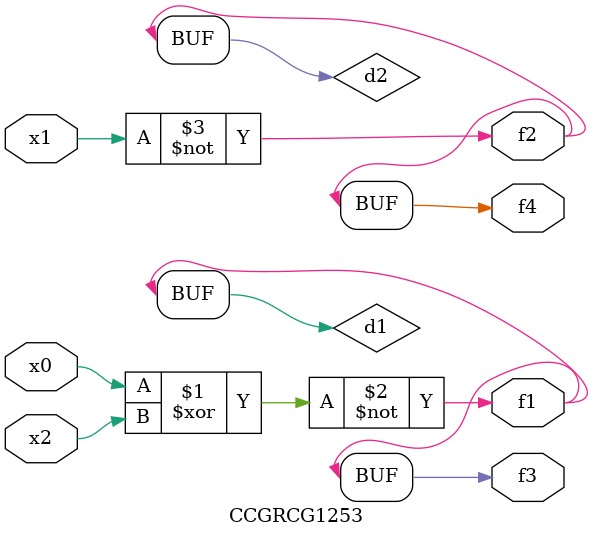
<source format=v>
module CCGRCG1253(
	input x0, x1, x2,
	output f1, f2, f3, f4
);

	wire d1, d2, d3;

	xnor (d1, x0, x2);
	nand (d2, x1);
	nor (d3, x1, x2);
	assign f1 = d1;
	assign f2 = d2;
	assign f3 = d1;
	assign f4 = d2;
endmodule

</source>
